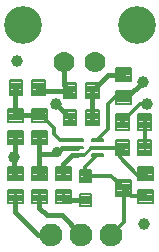
<source format=gbr>
G04 EAGLE Gerber RS-274X export*
G75*
%MOMM*%
%FSLAX34Y34*%
%LPD*%
%INTop Copper*%
%IPPOS*%
%AMOC8*
5,1,8,0,0,1.08239X$1,22.5*%
G01*
%ADD10C,0.203000*%
%ADD11C,0.208000*%
%ADD12C,1.778000*%
%ADD13C,0.210000*%
%ADD14C,0.204000*%
%ADD15C,1.000000*%
%ADD16C,3.200000*%
%ADD17C,1.930400*%
%ADD18C,0.406400*%
%ADD19C,0.304800*%
%ADD20C,1.008000*%
%ADD21C,0.908000*%
%ADD22C,0.254000*%


D10*
X62965Y94665D02*
X62965Y96135D01*
X72435Y96135D01*
X72435Y94665D01*
X62965Y94665D01*
X62965Y89635D02*
X62965Y88165D01*
X62965Y89635D02*
X72435Y89635D01*
X72435Y88165D01*
X62965Y88165D01*
X62965Y83135D02*
X62965Y81665D01*
X62965Y83135D02*
X72435Y83135D01*
X72435Y81665D01*
X62965Y81665D01*
X79965Y81665D02*
X79965Y83135D01*
X89435Y83135D01*
X89435Y81665D01*
X79965Y81665D01*
X79965Y94665D02*
X79965Y96135D01*
X89435Y96135D01*
X89435Y94665D01*
X79965Y94665D01*
D11*
X42020Y53110D02*
X42020Y42190D01*
X29100Y42190D01*
X29100Y53110D01*
X42020Y53110D01*
X42020Y44166D02*
X29100Y44166D01*
X29100Y46142D02*
X42020Y46142D01*
X42020Y48118D02*
X29100Y48118D01*
X29100Y50094D02*
X42020Y50094D01*
X42020Y52070D02*
X29100Y52070D01*
X42020Y61190D02*
X42020Y72110D01*
X42020Y61190D02*
X29100Y61190D01*
X29100Y72110D01*
X42020Y72110D01*
X42020Y63166D02*
X29100Y63166D01*
X29100Y65142D02*
X42020Y65142D01*
X42020Y67118D02*
X29100Y67118D01*
X29100Y69094D02*
X42020Y69094D01*
X42020Y71070D02*
X29100Y71070D01*
X8780Y72110D02*
X8780Y61190D01*
X8780Y72110D02*
X21700Y72110D01*
X21700Y61190D01*
X8780Y61190D01*
X8780Y63166D02*
X21700Y63166D01*
X21700Y65142D02*
X8780Y65142D01*
X8780Y67118D02*
X21700Y67118D01*
X21700Y69094D02*
X8780Y69094D01*
X8780Y71070D02*
X21700Y71070D01*
X8780Y53110D02*
X8780Y42190D01*
X8780Y53110D02*
X21700Y53110D01*
X21700Y42190D01*
X8780Y42190D01*
X8780Y44166D02*
X21700Y44166D01*
X21700Y46142D02*
X8780Y46142D01*
X8780Y48118D02*
X21700Y48118D01*
X21700Y50094D02*
X8780Y50094D01*
X8780Y52070D02*
X21700Y52070D01*
D12*
X56850Y160970D03*
X82850Y160970D03*
D11*
X67080Y130700D02*
X56160Y130700D01*
X56160Y143620D01*
X67080Y143620D01*
X67080Y130700D01*
X67080Y132676D02*
X56160Y132676D01*
X56160Y134652D02*
X67080Y134652D01*
X67080Y136628D02*
X56160Y136628D01*
X56160Y138604D02*
X67080Y138604D01*
X67080Y140580D02*
X56160Y140580D01*
X56160Y142556D02*
X67080Y142556D01*
X75160Y130700D02*
X86080Y130700D01*
X75160Y130700D02*
X75160Y143620D01*
X86080Y143620D01*
X86080Y130700D01*
X86080Y132676D02*
X75160Y132676D01*
X75160Y134652D02*
X86080Y134652D01*
X86080Y136628D02*
X75160Y136628D01*
X75160Y138604D02*
X86080Y138604D01*
X86080Y140580D02*
X75160Y140580D01*
X75160Y142556D02*
X86080Y142556D01*
X100220Y145010D02*
X100220Y155930D01*
X113140Y155930D01*
X113140Y145010D01*
X100220Y145010D01*
X100220Y146986D02*
X113140Y146986D01*
X113140Y148962D02*
X100220Y148962D01*
X100220Y150938D02*
X113140Y150938D01*
X113140Y152914D02*
X100220Y152914D01*
X100220Y154890D02*
X113140Y154890D01*
X100220Y136930D02*
X100220Y126010D01*
X100220Y136930D02*
X113140Y136930D01*
X113140Y126010D01*
X100220Y126010D01*
X100220Y127986D02*
X113140Y127986D01*
X113140Y129962D02*
X100220Y129962D01*
X100220Y131938D02*
X113140Y131938D01*
X113140Y133914D02*
X100220Y133914D01*
X100220Y135890D02*
X113140Y135890D01*
X86080Y120760D02*
X75160Y120760D01*
X86080Y120760D02*
X86080Y107840D01*
X75160Y107840D01*
X75160Y120760D01*
X75160Y109816D02*
X86080Y109816D01*
X86080Y111792D02*
X75160Y111792D01*
X75160Y113768D02*
X86080Y113768D01*
X86080Y115744D02*
X75160Y115744D01*
X75160Y117720D02*
X86080Y117720D01*
X86080Y119696D02*
X75160Y119696D01*
X67080Y120760D02*
X56160Y120760D01*
X67080Y120760D02*
X67080Y107840D01*
X56160Y107840D01*
X56160Y120760D01*
X56160Y109816D02*
X67080Y109816D01*
X67080Y111792D02*
X56160Y111792D01*
X56160Y113768D02*
X67080Y113768D01*
X67080Y115744D02*
X56160Y115744D01*
X56160Y117720D02*
X67080Y117720D01*
X67080Y119696D02*
X56160Y119696D01*
X40360Y146160D02*
X29440Y146160D01*
X40360Y146160D02*
X40360Y133240D01*
X29440Y133240D01*
X29440Y146160D01*
X29440Y135216D02*
X40360Y135216D01*
X40360Y137192D02*
X29440Y137192D01*
X29440Y139168D02*
X40360Y139168D01*
X40360Y141144D02*
X29440Y141144D01*
X29440Y143120D02*
X40360Y143120D01*
X40360Y145096D02*
X29440Y145096D01*
X21360Y146160D02*
X10440Y146160D01*
X21360Y146160D02*
X21360Y133240D01*
X10440Y133240D01*
X10440Y146160D01*
X10440Y135216D02*
X21360Y135216D01*
X21360Y137192D02*
X10440Y137192D01*
X10440Y139168D02*
X21360Y139168D01*
X21360Y141144D02*
X10440Y141144D01*
X10440Y143120D02*
X21360Y143120D01*
X21360Y145096D02*
X10440Y145096D01*
X119610Y95360D02*
X130530Y95360D01*
X130530Y82440D01*
X119610Y82440D01*
X119610Y95360D01*
X119610Y84416D02*
X130530Y84416D01*
X130530Y86392D02*
X119610Y86392D01*
X119610Y88368D02*
X130530Y88368D01*
X130530Y90344D02*
X119610Y90344D01*
X119610Y92320D02*
X130530Y92320D01*
X130530Y94296D02*
X119610Y94296D01*
X111530Y95360D02*
X100610Y95360D01*
X111530Y95360D02*
X111530Y82440D01*
X100610Y82440D01*
X100610Y95360D01*
X100610Y84416D02*
X111530Y84416D01*
X111530Y86392D02*
X100610Y86392D01*
X100610Y88368D02*
X111530Y88368D01*
X111530Y90344D02*
X100610Y90344D01*
X100610Y92320D02*
X111530Y92320D01*
X111530Y94296D02*
X100610Y94296D01*
X42020Y91720D02*
X42020Y102640D01*
X42020Y91720D02*
X29100Y91720D01*
X29100Y102640D01*
X42020Y102640D01*
X42020Y93696D02*
X29100Y93696D01*
X29100Y95672D02*
X42020Y95672D01*
X42020Y97648D02*
X29100Y97648D01*
X29100Y99624D02*
X42020Y99624D01*
X42020Y101600D02*
X29100Y101600D01*
X42020Y110720D02*
X42020Y121640D01*
X42020Y110720D02*
X29100Y110720D01*
X29100Y121640D01*
X42020Y121640D01*
X42020Y112696D02*
X29100Y112696D01*
X29100Y114672D02*
X42020Y114672D01*
X42020Y116648D02*
X29100Y116648D01*
X29100Y118624D02*
X42020Y118624D01*
X42020Y120600D02*
X29100Y120600D01*
X8780Y121640D02*
X8780Y110720D01*
X8780Y121640D02*
X21700Y121640D01*
X21700Y110720D01*
X8780Y110720D01*
X8780Y112696D02*
X21700Y112696D01*
X21700Y114672D02*
X8780Y114672D01*
X8780Y116648D02*
X21700Y116648D01*
X21700Y118624D02*
X8780Y118624D01*
X8780Y120600D02*
X21700Y120600D01*
X8780Y102640D02*
X8780Y91720D01*
X8780Y102640D02*
X21700Y102640D01*
X21700Y91720D01*
X8780Y91720D01*
X8780Y93696D02*
X21700Y93696D01*
X21700Y95672D02*
X8780Y95672D01*
X8780Y97648D02*
X21700Y97648D01*
X21700Y99624D02*
X8780Y99624D01*
X8780Y101600D02*
X21700Y101600D01*
X132190Y53110D02*
X132190Y42190D01*
X119270Y42190D01*
X119270Y53110D01*
X132190Y53110D01*
X132190Y44166D02*
X119270Y44166D01*
X119270Y46142D02*
X132190Y46142D01*
X132190Y48118D02*
X119270Y48118D01*
X119270Y50094D02*
X132190Y50094D01*
X132190Y52070D02*
X119270Y52070D01*
X132190Y61190D02*
X132190Y72110D01*
X132190Y61190D02*
X119270Y61190D01*
X119270Y72110D01*
X132190Y72110D01*
X132190Y63166D02*
X119270Y63166D01*
X119270Y65142D02*
X132190Y65142D01*
X132190Y67118D02*
X119270Y67118D01*
X119270Y69094D02*
X132190Y69094D01*
X132190Y71070D02*
X119270Y71070D01*
D13*
X100760Y61560D02*
X100760Y47660D01*
X100760Y61560D02*
X113660Y61560D01*
X113660Y47660D01*
X100760Y47660D01*
X100760Y49655D02*
X113660Y49655D01*
X113660Y51650D02*
X100760Y51650D01*
X100760Y53645D02*
X113660Y53645D01*
X113660Y55640D02*
X100760Y55640D01*
X100760Y57635D02*
X113660Y57635D01*
X113660Y59630D02*
X100760Y59630D01*
D14*
X69730Y59630D02*
X69730Y69590D01*
X79690Y69590D01*
X79690Y59630D01*
X69730Y59630D01*
X69730Y61568D02*
X79690Y61568D01*
X79690Y63506D02*
X69730Y63506D01*
X69730Y65444D02*
X79690Y65444D01*
X79690Y67382D02*
X69730Y67382D01*
X69730Y69320D02*
X79690Y69320D01*
X69730Y49590D02*
X69730Y39630D01*
X69730Y49590D02*
X79690Y49590D01*
X79690Y39630D01*
X69730Y39630D01*
X69730Y41568D02*
X79690Y41568D01*
X79690Y43506D02*
X69730Y43506D01*
X69730Y45444D02*
X79690Y45444D01*
X79690Y47382D02*
X69730Y47382D01*
X69730Y49320D02*
X79690Y49320D01*
D11*
X49420Y61190D02*
X49420Y72110D01*
X62340Y72110D01*
X62340Y61190D01*
X49420Y61190D01*
X49420Y63166D02*
X62340Y63166D01*
X62340Y65142D02*
X49420Y65142D01*
X49420Y67118D02*
X62340Y67118D01*
X62340Y69094D02*
X49420Y69094D01*
X49420Y71070D02*
X62340Y71070D01*
X49420Y53110D02*
X49420Y42190D01*
X49420Y53110D02*
X62340Y53110D01*
X62340Y42190D01*
X49420Y42190D01*
X49420Y44166D02*
X62340Y44166D01*
X62340Y46142D02*
X49420Y46142D01*
X49420Y48118D02*
X62340Y48118D01*
X62340Y50094D02*
X49420Y50094D01*
X49420Y52070D02*
X62340Y52070D01*
X119610Y116950D02*
X130530Y116950D01*
X130530Y104030D01*
X119610Y104030D01*
X119610Y116950D01*
X119610Y106006D02*
X130530Y106006D01*
X130530Y107982D02*
X119610Y107982D01*
X119610Y109958D02*
X130530Y109958D01*
X130530Y111934D02*
X119610Y111934D01*
X119610Y113910D02*
X130530Y113910D01*
X130530Y115886D02*
X119610Y115886D01*
X111530Y116950D02*
X100610Y116950D01*
X111530Y116950D02*
X111530Y104030D01*
X100610Y104030D01*
X100610Y116950D01*
X100610Y106006D02*
X111530Y106006D01*
X111530Y107982D02*
X100610Y107982D01*
X100610Y109958D02*
X111530Y109958D01*
X111530Y111934D02*
X100610Y111934D01*
X100610Y113910D02*
X111530Y113910D01*
X111530Y115886D02*
X100610Y115886D01*
D15*
X124460Y24130D03*
X16510Y162560D03*
D16*
X21590Y193040D03*
X118110Y193040D03*
D17*
X45720Y15240D03*
X71120Y15240D03*
X96520Y15240D03*
D18*
X71120Y15240D02*
X54610Y31750D01*
X41910Y31750D01*
X35560Y38100D01*
X35560Y47650D01*
X34290Y15240D02*
X45720Y15240D01*
X34290Y15240D02*
X15240Y34290D01*
X15240Y47650D01*
X61620Y137160D02*
X56850Y141930D01*
X56850Y160970D01*
X34900Y139700D02*
X37440Y137160D01*
X61620Y137160D01*
X80620Y137160D02*
X80620Y114300D01*
X80620Y137160D02*
X93930Y150470D01*
X106680Y150470D01*
X35560Y116180D02*
X15240Y116180D01*
X15240Y139040D02*
X15900Y139700D01*
X15240Y139040D02*
X15240Y116180D01*
D19*
X35560Y116180D02*
X40030Y116180D01*
X53190Y95400D02*
X67700Y95400D01*
X53190Y95400D02*
X48260Y100330D01*
X48260Y105410D01*
X37490Y116180D01*
X35560Y116180D01*
X84700Y95400D02*
X93980Y104680D01*
X93980Y125730D01*
X99720Y131470D01*
X106680Y131470D01*
D18*
X15240Y97180D02*
X15240Y82550D01*
X13970Y81280D01*
D20*
X13970Y81280D03*
X123190Y144780D03*
D18*
X109880Y131470D01*
X106680Y131470D01*
X15240Y66650D02*
X13970Y64110D01*
X13970Y81280D01*
X35560Y66650D02*
X38100Y66650D01*
X54610Y88900D02*
X67700Y88900D01*
X54610Y88900D02*
X50800Y85090D01*
D21*
X50800Y85090D03*
D18*
X61620Y114300D02*
X50190Y125730D01*
X49530Y125730D01*
D20*
X49530Y125730D03*
D18*
X35560Y97180D02*
X35560Y83820D01*
X35560Y66650D01*
X49530Y83820D02*
X50800Y85090D01*
X49530Y83820D02*
X35560Y83820D01*
D19*
X106070Y110490D02*
X121310Y125730D01*
X127000Y125730D01*
D20*
X127000Y125730D03*
D19*
X74710Y72410D02*
X74710Y64610D01*
X74710Y72410D02*
X84700Y82400D01*
X95940Y64610D02*
X107210Y54610D01*
X95940Y64610D02*
X74710Y64610D01*
X107210Y54610D02*
X112900Y47650D01*
X125730Y47650D01*
X107210Y25930D02*
X96520Y15240D01*
X107210Y25930D02*
X107210Y54610D01*
D18*
X67700Y82400D02*
X63350Y82400D01*
X55880Y74930D01*
X55880Y66650D01*
D19*
X67700Y82400D02*
X73002Y82400D01*
D22*
X79502Y88900D01*
D19*
X106070Y88900D01*
X118770Y65380D02*
X125730Y66650D01*
X118770Y65380D02*
X104140Y81280D01*
X104140Y88290D01*
D18*
X104750Y88900D01*
X106070Y88900D01*
D19*
X125070Y88900D02*
X125070Y110490D01*
D18*
X55880Y47650D02*
X56380Y44610D01*
X74710Y44610D01*
M02*

</source>
